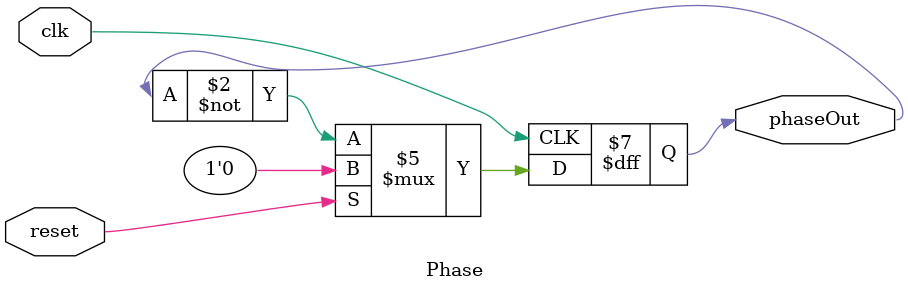
<source format=sv>
module Phase(
  input reset,
  input clk,
  output phaseOut
);

reg phaseOut = 0;

always @ ( posedge clk) begin
	if(reset) begin
		phaseOut = 0;
	end else begin
		phaseOut = ~phaseOut;
	end
end

endmodule
</source>
